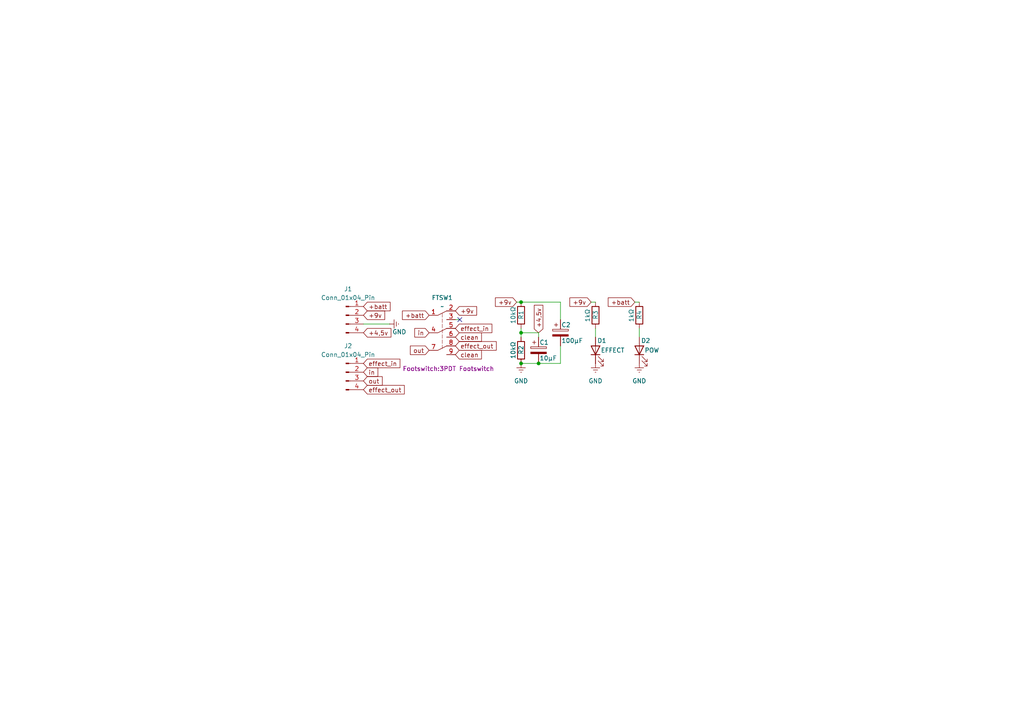
<source format=kicad_sch>
(kicad_sch (version 20231120) (generator "eeschema") (generator_version "8.0")
  (paper "A4")
  (title_block (title "Modular Footswitch") (date "04-01-2025") (rev "1") (company "Black Mesa Research Facility"))
  (lib_symbols
    (symbol "Connector:Conn_01x04_Pin" (pin_names (offset 1.016) hide)
      (property "Reference" "J" (at 0 5.08 0))
      (property "Value" "Conn_01x04_Pin" (at 0 -7.62 0))
      (symbol "Conn_01x04_Pin_1_1"
        (polyline (pts (xy 1.27 -5.08) (xy 0.8636 -5.08)) (stroke (width 0.1524)))
        (polyline (pts (xy 1.27 -2.54) (xy 0.8636 -2.54)) (stroke (width 0.1524)))
        (polyline (pts (xy 1.27 0) (xy 0.8636 0)) (stroke (width 0.1524)))
        (polyline (pts (xy 1.27 2.54) (xy 0.8636 2.54)) (stroke (width 0.1524)))
        (rectangle (start 0.8636 -4.953) (end 0 -5.207) (stroke (width 0.1524)) (fill (type outline)))
        (rectangle (start 0.8636 -2.413) (end 0 -2.667) (stroke (width 0.1524)) (fill (type outline)))
        (rectangle (start 0.8636 0.127) (end 0 -0.127) (stroke (width 0.1524)) (fill (type outline)))
        (rectangle (start 0.8636 2.667) (end 0 2.413) (stroke (width 0.1524)) (fill (type outline)))
        (pin passive line (at 5.08 2.54 180) (length 3.81) (name "Pin_1") (number "1"))
        (pin passive line (at 5.08 0 180) (length 3.81) (name "Pin_2") (number "2"))
        (pin passive line (at 5.08 -2.54 180) (length 3.81) (name "Pin_3") (number "3"))
        (pin passive line (at 5.08 -5.08 180) (length 3.81) (name "Pin_4") (number "4"))
      )
    )
    (symbol "Device:C_Polarized" (pin_numbers hide) (pin_names (offset 0.254))
      (property "Reference" "C" (at 0.635 2.54 0))
      (property "Value" "C_Polarized" (at 0.635 -2.54 0))
      (symbol "C_Polarized_0_1"
        (rectangle (start -2.286 0.508) (end 2.286 1.016))
        (polyline (pts (xy -1.778 2.286) (xy -0.762 2.286)))
        (polyline (pts (xy -1.27 2.794) (xy -1.27 1.778)))
        (rectangle (start 2.286 -0.508) (end -2.286 -1.016) (fill (type outline)))
      )
      (symbol "C_Polarized_1_1"
        (pin passive line (at 0 3.81 270) (length 2.794) (name "~") (number "1"))
        (pin passive line (at 0 -3.81 90) (length 2.794) (name "~") (number "2"))
      )
    )
    (symbol "Device:LED" (pin_numbers hide) (pin_names (offset 1.016) hide)
      (property "Reference" "D" (at 0 2.54 0))
      (property "Value" "LED" (at 0 -2.54 0))
      (symbol "LED_0_1"
        (polyline (pts (xy -1.27 -1.27) (xy -1.27 1.27)) (stroke (width 0.254)))
        (polyline (pts (xy -1.27 0) (xy 1.27 0)))
        (polyline (pts (xy 1.27 -1.27) (xy 1.27 1.27) (xy -1.27 0) (xy 1.27 -1.27)) (stroke (width 0.254)))
        (polyline (pts (xy -3.048 -0.762) (xy -4.572 -2.286) (xy -3.81 -2.286) (xy -4.572 -2.286) (xy -4.572 -1.524)))
        (polyline (pts (xy -1.778 -0.762) (xy -3.302 -2.286) (xy -2.54 -2.286) (xy -3.302 -2.286) (xy -3.302 -1.524)))
      )
      (symbol "LED_1_1"
        (pin passive line (at -3.81 0 0) (length 2.54) (name "K") (number "1"))
        (pin passive line (at 3.81 0 180) (length 2.54) (name "A") (number "2"))
      )
    )
    (symbol "Device:R" (pin_numbers hide) (pin_names (offset 0))
      (property "Reference" "R" (at 2.032 0 90))
      (property "Value" "R" (at 0 0 90))
      (symbol "R_0_1"
        (rectangle (start -1.016 -2.54) (end 1.016 2.54) (stroke (width 0.254)))
      )
      (symbol "R_1_1"
        (pin passive line (at 0 3.81 270) (length 1.27) (name "~") (number "1"))
        (pin passive line (at 0 -3.81 90) (length 1.27) (name "~") (number "2"))
      )
    )
    (symbol "footswitch:3PDT_Footswitch"
      (property "Reference" "FTSW" (at -1.778 2.032 0))
      (symbol "3PDT_Footswitch_0_1"
        (polyline (pts (xy -1.27 -11.43) (xy 1.27 -10.16)))
        (polyline (pts (xy -1.27 -6.35) (xy 1.27 -5.08)))
        (polyline (pts (xy -1.27 -1.27) (xy 1.27 0)))
      )
      (symbol "3PDT_Footswitch_1_1"
        (polyline (pts (xy 0 -0.762) (xy 0 -10.922)) (stroke (width 0.1016) (type dash)))
        (pin input line (at -3.81 -1.27 0) (length 2.54) (name "") (number "1"))
        (pin output line (at 3.81 0 180) (length 2.54) (name "") (number "2"))
        (pin output line (at 3.81 -2.54 180) (length 2.54) (name "") (number "3"))
        (pin input line (at -3.81 -6.35 0) (length 2.54) (name "") (number "4"))
        (pin output line (at 3.81 -5.08 180) (length 2.54) (name "") (number "5"))
        (pin output line (at 3.81 -7.62 180) (length 2.54) (name "") (number "6"))
        (pin input line (at -3.81 -11.43 0) (length 2.54) (name "") (number "7"))
        (pin output line (at 3.81 -10.16 180) (length 2.54) (name "") (number "8"))
        (pin output line (at 3.81 -12.7 180) (length 2.54) (name "") (number "9"))
      )
    )
    (symbol "power:GNDREF" (power) (pin_numbers hide) (pin_names (offset 0) hide)
      (property "Value" "GNDREF" (at 0 -3.81 0))
      (symbol "GNDREF_0_1"
        (polyline (pts (xy -0.635 -1.905) (xy 0.635 -1.905)))
        (polyline (pts (xy -0.127 -2.54) (xy 0.127 -2.54)))
        (polyline (pts (xy 0 -1.27) (xy 0 0)))
        (polyline (pts (xy 1.27 -1.27) (xy -1.27 -1.27)))
      )
      (symbol "GNDREF_1_1"
        (pin power_in line (at 0 0 270) (length 0) (name "~") (number "1"))
      )
    )
  )
  (junction (at 156.21 105.41))
  (junction (at 151.13 105.41))
  (junction (at 151.13 87.63))
  (junction (at 151.13 96.52))
  (no_connect (at 133.35 92.71))
  (wire (pts (xy 162.56 100.33) (xy 162.56 105.41)))
  (wire (pts (xy 172.72 95.25) (xy 172.72 97.79)))
  (wire (pts (xy 185.42 95.25) (xy 185.42 97.79)))
  (wire (pts (xy 151.13 95.25) (xy 151.13 96.52)))
  (wire (pts (xy 133.35 92.71) (xy 132.08 92.71)))
  (wire (pts (xy 184.15 87.63) (xy 185.42 87.63)))
  (wire (pts (xy 172.72 87.63) (xy 171.45 87.63)))
  (wire (pts (xy 105.41 93.98) (xy 113.03 93.98)))
  (wire (pts (xy 151.13 105.41) (xy 156.21 105.41)))
  (wire (pts (xy 151.13 96.52) (xy 151.13 97.79)))
  (wire (pts (xy 151.13 96.52) (xy 156.21 96.52)))
  (wire (pts (xy 151.13 87.63) (xy 162.56 87.63)))
  (wire (pts (xy 149.86 87.63) (xy 151.13 87.63)))
  (wire (pts (xy 162.56 105.41) (xy 156.21 105.41)))
  (wire (pts (xy 162.56 87.63) (xy 162.56 92.71)))
  (wire (pts (xy 156.21 96.52) (xy 156.21 97.79)))
  (global_label "effect_out" (shape input) (at 105.41 113.03 0) (property "Intersheetrefs" "${INTERSHEET_REFS}" (effects (hide yes))))
  (global_label "clean" (shape input) (at 132.08 97.79 0) (property "Intersheetrefs" "${INTERSHEET_REFS}" (effects (hide yes))))
  (global_label "+4,5v" (shape input) (at 105.41 96.52 0) (property "Intersheetrefs" "${INTERSHEET_REFS}" (effects (hide yes))))
  (global_label "out" (shape input) (at 124.46 101.6 180) (property "Intersheetrefs" "${INTERSHEET_REFS}" (effects (hide yes))))
  (global_label "clean" (shape input) (at 132.08 102.87 0) (property "Intersheetrefs" "${INTERSHEET_REFS}" (effects (hide yes))))
  (global_label "+batt" (shape input) (at 124.46 91.44 180) (property "Intersheetrefs" "${INTERSHEET_REFS}" (effects (hide yes))))
  (global_label "+9v" (shape input) (at 171.45 87.63 180) (property "Intersheetrefs" "${INTERSHEET_REFS}" (effects (hide yes))))
  (global_label "+9v" (shape input) (at 105.41 91.44 0) (property "Intersheetrefs" "${INTERSHEET_REFS}" (effects (hide yes))))
  (global_label "+batt" (shape input) (at 184.15 87.63 180) (property "Intersheetrefs" "${INTERSHEET_REFS}" (effects (hide yes))))
  (global_label "+batt" (shape input) (at 105.41 88.9 0) (property "Intersheetrefs" "${INTERSHEET_REFS}" (effects (hide yes))))
  (global_label "+9v" (shape input) (at 132.08 90.17 0) (property "Intersheetrefs" "${INTERSHEET_REFS}" (effects (hide yes))))
  (global_label "out" (shape input) (at 105.41 110.49 0) (property "Intersheetrefs" "${INTERSHEET_REFS}" (effects (hide yes))))
  (global_label "+4,5v" (shape input) (at 156.21 96.52 90) (property "Intersheetrefs" "${INTERSHEET_REFS}" (effects (hide yes))))
  (global_label "effect_in" (shape input) (at 105.41 105.41 0) (property "Intersheetrefs" "${INTERSHEET_REFS}" (effects (hide yes))))
  (global_label "effect_in" (shape input) (at 132.08 95.25 0) (property "Intersheetrefs" "${INTERSHEET_REFS}" (effects (hide yes))))
  (global_label "+9v" (shape input) (at 149.86 87.63 180) (property "Intersheetrefs" "${INTERSHEET_REFS}" (effects (hide yes))))
  (global_label "in" (shape input) (at 124.46 96.52 180) (property "Intersheetrefs" "${INTERSHEET_REFS}" (effects (hide yes))))
  (global_label "in" (shape input) (at 105.41 107.95 0) (property "Intersheetrefs" "${INTERSHEET_REFS}" (effects (hide yes))))
  (global_label "effect_out" (shape input) (at 132.08 100.33 0) (property "Intersheetrefs" "${INTERSHEET_REFS}" (effects (hide yes))))
  (symbol (lib_id "Connector:Conn_01x04_Pin") (at 100.33 107.95 0) (unit 1)
    (property "Reference" "J2" (at 100.965 100.33 0))
    (property "Value" "Conn_01x04_Pin" (at 100.965 102.87 0))
    (property "Footprint" "Connector_Hirose:Hirose_DF13-04P-1.25DSA_1x04_P1.25mm_Vertical" (effects (hide yes)))
    (property "Description" "Generic connector, single row, 01x04, script generated" (effects (hide yes)))
  )
  (symbol (lib_id "Device:R") (at 172.72 91.44 0) (unit 1)
    (property "Reference" "R3" (at 172.72 92.71 90) (effects (justify left)))
    (property "Value" "1kΩ" (at 170.434 93.472 90) (effects (justify left)))
    (property "Footprint" "Resistor_SMD:R_0805_2012Metric_Pad1.20x1.40mm_HandSolder" (effects (hide yes)))
    (property "Description" "Resistor" (effects (hide yes)))
  )
  (symbol (lib_id "power:GNDREF") (at 113.03 93.98 90) (unit 1)
    (property "Reference" "#PWR04" (effects (hide yes)))
    (property "Value" "GND" (at 115.824 96.266 90))
    (property "Description" "Power symbol creates a global label with name \"GNDREF\" , reference supply ground" (effects (hide yes)))
  )
  (symbol (lib_id "Connector:Conn_01x04_Pin") (at 100.33 91.44 0) (unit 1)
    (property "Reference" "J1" (at 100.965 83.82 0))
    (property "Value" "Conn_01x04_Pin" (at 100.965 86.36 0))
    (property "Footprint" "Connector_Hirose:Hirose_DF13-04P-1.25DSA_1x04_P1.25mm_Vertical" (effects (hide yes)))
    (property "Description" "Generic connector, single row, 01x04, script generated" (effects (hide yes)))
  )
  (symbol (lib_id "Device:LED") (at 185.42 101.6 90) (unit 1)
    (property "Reference" "D2" (at 185.928 98.806 90) (effects (justify right)))
    (property "Value" "POW" (at 186.944 101.6 90) (effects (justify right)))
    (property "Footprint" "LED_THT:LED_D5.0mm_Clear" (effects (hide yes)))
    (property "Description" "Light emitting diode" (effects (hide yes)))
  )
  (symbol (lib_id "footswitch:3PDT_Footswitch") (at 128.27 90.17 0) (unit 1)
    (property "Reference" "FTSW1" (at 128.27 86.36 0))
    (property "Value" "~" (at 128.27 88.9 0))
    (property "Footprint" "Footswitch:3PDT Footswitch" (at 130.048 106.934 0))
  )
  (symbol (lib_id "Device:LED") (at 172.72 101.6 90) (unit 1)
    (property "Reference" "D1" (at 173.228 98.806 90) (effects (justify right)))
    (property "Value" "EFFECT" (at 174.244 101.6 90) (effects (justify right)))
    (property "Footprint" "LED_THT:LED_D5.0mm_Clear" (effects (hide yes)))
    (property "Description" "Light emitting diode" (effects (hide yes)))
  )
  (symbol (lib_id "Device:R") (at 151.13 101.6 0) (unit 1)
    (property "Reference" "R2" (at 151.13 102.87 90) (effects (justify left)))
    (property "Value" "10kΩ" (at 148.844 104.14 90) (effects (justify left)))
    (property "Footprint" "Resistor_SMD:R_0805_2012Metric_Pad1.20x1.40mm_HandSolder" (effects (hide yes)))
    (property "Description" "Resistor" (effects (hide yes)))
  )
  (symbol (lib_id "Device:C_Polarized") (at 162.56 96.52 0) (unit 1)
    (property "Reference" "C2" (at 162.814 94.234 0) (effects (justify left)))
    (property "Value" "100µF" (at 162.814 98.806 0) (effects (justify left)))
    (property "Footprint" "Capacitor_THT:CP_Radial_D5.0mm_P2.50mm" (effects (hide yes)))
    (property "Description" "Polarized capacitor" (effects (hide yes)))
  )
  (symbol (lib_id "power:GNDREF") (at 172.72 105.41 0) (unit 1)
    (property "Reference" "#PWR02" (effects (hide yes)))
    (property "Value" "GND" (at 172.72 110.49 0))
    (property "Description" "Power symbol creates a global label with name \"GNDREF\" , reference supply ground" (effects (hide yes)))
  )
  (symbol (lib_id "power:GNDREF") (at 185.42 105.41 0) (unit 1)
    (property "Reference" "#PWR03" (effects (hide yes)))
    (property "Value" "GND" (at 185.42 110.49 0))
    (property "Description" "Power symbol creates a global label with name \"GNDREF\" , reference supply ground" (effects (hide yes)))
  )
  (symbol (lib_id "Device:R") (at 185.42 91.44 0) (unit 1)
    (property "Reference" "R4" (at 185.42 92.71 90) (effects (justify left)))
    (property "Value" "1kΩ" (at 183.134 93.472 90) (effects (justify left)))
    (property "Footprint" "Resistor_SMD:R_0805_2012Metric_Pad1.20x1.40mm_HandSolder" (effects (hide yes)))
    (property "Description" "Resistor" (effects (hide yes)))
  )
  (symbol (lib_id "power:GNDREF") (at 151.13 105.41 0) (unit 1)
    (property "Reference" "#PWR01" (effects (hide yes)))
    (property "Value" "GND" (at 151.13 110.49 0))
    (property "Description" "Power symbol creates a global label with name \"GNDREF\" , reference supply ground" (effects (hide yes)))
  )
  (symbol (lib_id "Device:C_Polarized") (at 156.21 101.6 0) (unit 1)
    (property "Reference" "C1" (at 156.464 99.314 0) (effects (justify left)))
    (property "Value" "10µF" (at 156.464 103.886 0) (effects (justify left)))
    (property "Footprint" "Capacitor_THT:CP_Radial_D5.0mm_P2.50mm" (effects (hide yes)))
    (property "Description" "Polarized capacitor" (effects (hide yes)))
  )
  (symbol (lib_id "Device:R") (at 151.13 91.44 0) (unit 1)
    (property "Reference" "R1" (at 151.13 92.71 90) (effects (justify left)))
    (property "Value" "10kΩ" (at 148.844 93.98 90) (effects (justify left)))
    (property "Footprint" "Resistor_SMD:R_0805_2012Metric_Pad1.20x1.40mm_HandSolder" (effects (hide yes)))
    (property "Description" "Resistor" (effects (hide yes)))
  )
)
</source>
